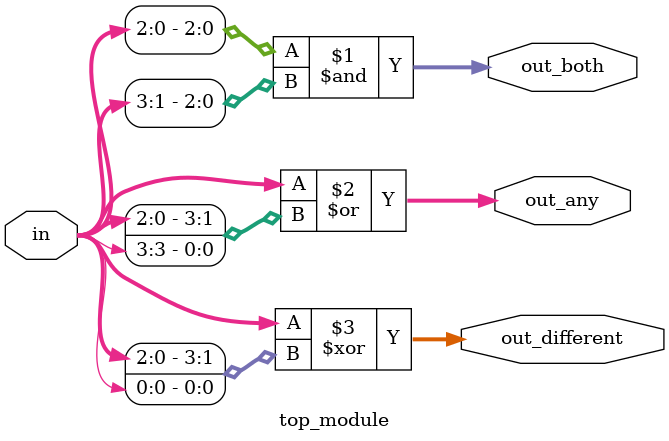
<source format=sv>
module top_module (
	input [3:0] in,
	output [2:0] out_both,
	output [3:0] out_any,
	output [3:0] out_different
);

	assign out_both = in[2:0] & in[3:1];
	assign out_any = in | {in[2:0], in[3]};
	assign out_different = in ^ {in[2:0], in[0]};

endmodule

</source>
